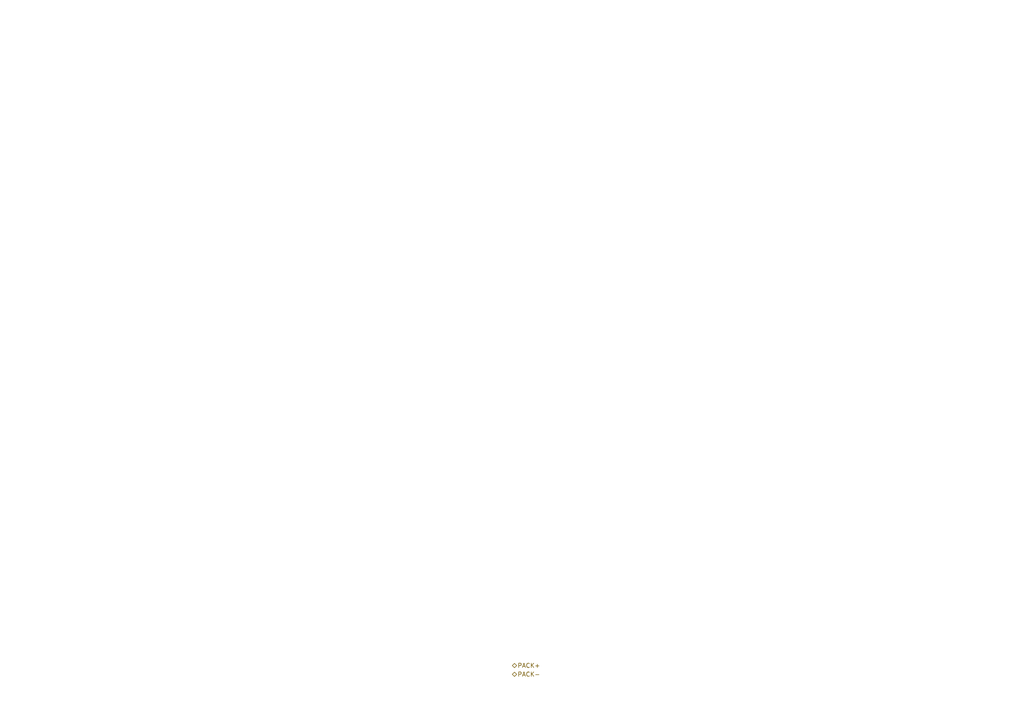
<source format=kicad_sch>
(kicad_sch
	(version 20250114)
	(generator "eeschema")
	(generator_version "9.0")
	(uuid "71323336-1072-4a01-8bfe-ce94d2c40abe")
	(paper "A4")
	(lib_symbols)
	(hierarchical_label "PACK+"
		(shape bidirectional)
		(at 148.59 193.04 0)
		(effects
			(font
				(size 1.27 1.27)
			)
			(justify left)
		)
		(uuid "1f3ed4d4-b109-40a6-9243-0eb4a8086f81")
	)
	(hierarchical_label "PACK-"
		(shape bidirectional)
		(at 148.59 195.58 0)
		(effects
			(font
				(size 1.27 1.27)
			)
			(justify left)
		)
		(uuid "89a486ae-862c-4ad4-805e-21acf23a3290")
	)
)

</source>
